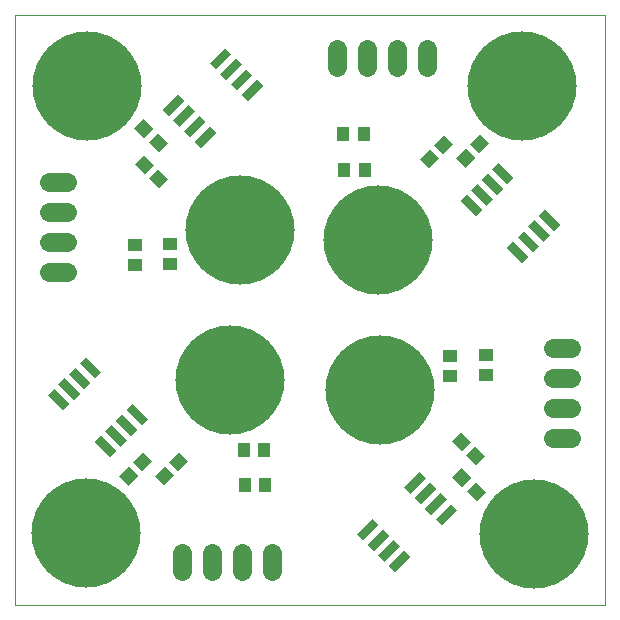
<source format=gts>
G75*
G70*
%OFA0B0*%
%FSLAX24Y24*%
%IPPOS*%
%LPD*%
%AMOC8*
5,1,8,0,0,1.08239X$1,22.5*
%
%ADD10C,0.0000*%
%ADD11R,0.0729X0.0296*%
%ADD12C,0.3640*%
%ADD13C,0.0640*%
%ADD14R,0.0473X0.0434*%
%ADD15R,0.0434X0.0473*%
D10*
X000181Y000181D02*
X000181Y019866D01*
X019866Y019866D01*
X019866Y000181D01*
X000181Y000181D01*
D11*
G36*
X003355Y005115D02*
X002841Y005629D01*
X003051Y005839D01*
X003565Y005325D01*
X003355Y005115D01*
G37*
G36*
X003708Y005468D02*
X003194Y005982D01*
X003404Y006192D01*
X003918Y005678D01*
X003708Y005468D01*
G37*
G36*
X004062Y005822D02*
X003548Y006336D01*
X003758Y006546D01*
X004272Y006032D01*
X004062Y005822D01*
G37*
G36*
X004415Y006175D02*
X003901Y006689D01*
X004111Y006899D01*
X004625Y006385D01*
X004415Y006175D01*
G37*
G36*
X002856Y007734D02*
X002342Y008248D01*
X002552Y008458D01*
X003066Y007944D01*
X002856Y007734D01*
G37*
G36*
X002503Y007381D02*
X001989Y007895D01*
X002199Y008105D01*
X002713Y007591D01*
X002503Y007381D01*
G37*
G36*
X002149Y007027D02*
X001635Y007541D01*
X001845Y007751D01*
X002359Y007237D01*
X002149Y007027D01*
G37*
G36*
X001796Y006674D02*
X001282Y007188D01*
X001492Y007398D01*
X002006Y006884D01*
X001796Y006674D01*
G37*
G36*
X006175Y015633D02*
X006689Y016147D01*
X006899Y015937D01*
X006385Y015423D01*
X006175Y015633D01*
G37*
G36*
X005822Y015986D02*
X006336Y016500D01*
X006546Y016290D01*
X006032Y015776D01*
X005822Y015986D01*
G37*
G36*
X005468Y016340D02*
X005982Y016854D01*
X006192Y016644D01*
X005678Y016130D01*
X005468Y016340D01*
G37*
G36*
X005115Y016693D02*
X005629Y017207D01*
X005839Y016997D01*
X005325Y016483D01*
X005115Y016693D01*
G37*
G36*
X006674Y018252D02*
X007188Y018766D01*
X007398Y018556D01*
X006884Y018042D01*
X006674Y018252D01*
G37*
G36*
X007027Y017899D02*
X007541Y018413D01*
X007751Y018203D01*
X007237Y017689D01*
X007027Y017899D01*
G37*
G36*
X007381Y017545D02*
X007895Y018059D01*
X008105Y017849D01*
X007591Y017335D01*
X007381Y017545D01*
G37*
G36*
X007734Y017192D02*
X008248Y017706D01*
X008458Y017496D01*
X007944Y016982D01*
X007734Y017192D01*
G37*
G36*
X015239Y013873D02*
X015753Y013359D01*
X015543Y013149D01*
X015029Y013663D01*
X015239Y013873D01*
G37*
G36*
X015592Y014226D02*
X016106Y013712D01*
X015896Y013502D01*
X015382Y014016D01*
X015592Y014226D01*
G37*
G36*
X015946Y014580D02*
X016460Y014066D01*
X016250Y013856D01*
X015736Y014370D01*
X015946Y014580D01*
G37*
G36*
X016300Y014933D02*
X016814Y014419D01*
X016604Y014209D01*
X016090Y014723D01*
X016300Y014933D01*
G37*
G36*
X017859Y013374D02*
X018373Y012860D01*
X018163Y012650D01*
X017649Y013164D01*
X017859Y013374D01*
G37*
G36*
X017505Y013021D02*
X018019Y012507D01*
X017809Y012297D01*
X017295Y012811D01*
X017505Y013021D01*
G37*
G36*
X017151Y012667D02*
X017665Y012153D01*
X017455Y011943D01*
X016941Y012457D01*
X017151Y012667D01*
G37*
G36*
X016798Y012314D02*
X017312Y011800D01*
X017102Y011590D01*
X016588Y012104D01*
X016798Y012314D01*
G37*
G36*
X013873Y004415D02*
X013359Y003901D01*
X013149Y004111D01*
X013663Y004625D01*
X013873Y004415D01*
G37*
G36*
X014226Y004062D02*
X013712Y003548D01*
X013502Y003758D01*
X014016Y004272D01*
X014226Y004062D01*
G37*
G36*
X014580Y003708D02*
X014066Y003194D01*
X013856Y003404D01*
X014370Y003918D01*
X014580Y003708D01*
G37*
G36*
X014933Y003355D02*
X014419Y002841D01*
X014209Y003051D01*
X014723Y003565D01*
X014933Y003355D01*
G37*
G36*
X013374Y001796D02*
X012860Y001282D01*
X012650Y001492D01*
X013164Y002006D01*
X013374Y001796D01*
G37*
G36*
X013021Y002149D02*
X012507Y001635D01*
X012297Y001845D01*
X012811Y002359D01*
X013021Y002149D01*
G37*
G36*
X012667Y002503D02*
X012153Y001989D01*
X011943Y002199D01*
X012457Y002713D01*
X012667Y002503D01*
G37*
G36*
X012314Y002856D02*
X011800Y002342D01*
X011590Y002552D01*
X012104Y003066D01*
X012314Y002856D01*
G37*
D12*
X012355Y007355D03*
X012300Y012355D03*
X007693Y012693D03*
X007355Y007693D03*
X002567Y002575D03*
X002575Y017481D03*
X017087Y017473D03*
X017473Y002567D03*
D13*
X018110Y005748D02*
X018710Y005748D01*
X018710Y006748D02*
X018110Y006748D01*
X018110Y007748D02*
X018710Y007748D01*
X018710Y008748D02*
X018110Y008748D01*
X013906Y018110D02*
X013906Y018710D01*
X012906Y018710D02*
X012906Y018110D01*
X011906Y018110D02*
X011906Y018710D01*
X010906Y018710D02*
X010906Y018110D01*
X001938Y014300D02*
X001338Y014300D01*
X001338Y013300D02*
X001938Y013300D01*
X001938Y012300D02*
X001338Y012300D01*
X001338Y011300D02*
X001938Y011300D01*
X005748Y001938D02*
X005748Y001338D01*
X006748Y001338D02*
X006748Y001938D01*
X007748Y001938D02*
X007748Y001338D01*
X008748Y001338D02*
X008748Y001938D01*
D14*
G36*
X005329Y004971D02*
X005662Y005304D01*
X005969Y004997D01*
X005636Y004664D01*
X005329Y004971D01*
G37*
G36*
X004855Y004497D02*
X005188Y004830D01*
X005495Y004523D01*
X005162Y004190D01*
X004855Y004497D01*
G37*
G36*
X004125Y004948D02*
X004458Y005281D01*
X004765Y004974D01*
X004432Y004641D01*
X004125Y004948D01*
G37*
G36*
X003652Y004475D02*
X003985Y004808D01*
X004292Y004501D01*
X003959Y004168D01*
X003652Y004475D01*
G37*
X004174Y011532D03*
X004174Y012201D03*
X005355Y012233D03*
X005355Y011563D03*
G36*
X004971Y014719D02*
X005304Y014386D01*
X004997Y014079D01*
X004664Y014412D01*
X004971Y014719D01*
G37*
G36*
X004497Y015192D02*
X004830Y014859D01*
X004523Y014552D01*
X004190Y014885D01*
X004497Y015192D01*
G37*
G36*
X004948Y015923D02*
X005281Y015590D01*
X004974Y015283D01*
X004641Y015616D01*
X004948Y015923D01*
G37*
G36*
X004475Y016396D02*
X004808Y016063D01*
X004501Y015756D01*
X004168Y016089D01*
X004475Y016396D01*
G37*
G36*
X014325Y015077D02*
X013992Y014744D01*
X013685Y015051D01*
X014018Y015384D01*
X014325Y015077D01*
G37*
G36*
X014799Y015550D02*
X014466Y015217D01*
X014159Y015524D01*
X014492Y015857D01*
X014799Y015550D01*
G37*
G36*
X015529Y015099D02*
X015196Y014766D01*
X014889Y015073D01*
X015222Y015406D01*
X015529Y015099D01*
G37*
G36*
X016002Y015573D02*
X015669Y015240D01*
X015362Y015547D01*
X015695Y015880D01*
X016002Y015573D01*
G37*
X015874Y008516D03*
X015874Y007847D03*
X014693Y007815D03*
X014693Y008485D03*
G36*
X015077Y005329D02*
X014744Y005662D01*
X015051Y005969D01*
X015384Y005636D01*
X015077Y005329D01*
G37*
G36*
X015550Y004855D02*
X015217Y005188D01*
X015524Y005495D01*
X015857Y005162D01*
X015550Y004855D01*
G37*
G36*
X015099Y004125D02*
X014766Y004458D01*
X015073Y004765D01*
X015406Y004432D01*
X015099Y004125D01*
G37*
G36*
X015573Y003652D02*
X015240Y003985D01*
X015547Y004292D01*
X015880Y003959D01*
X015573Y003652D01*
G37*
D15*
X008516Y004174D03*
X007847Y004174D03*
X007815Y005355D03*
X008485Y005355D03*
X011170Y014693D03*
X011839Y014693D03*
X011807Y015874D03*
X011138Y015874D03*
M02*

</source>
